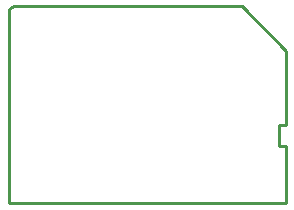
<source format=gbr>
G04 EAGLE Gerber RS-274X export*
G75*
%MOMM*%
%FSLAX34Y34*%
%LPD*%
%IN*%
%IPPOS*%
%AMOC8*
5,1,8,0,0,1.08239X$1,22.5*%
G01*
%ADD10C,0.254000*%


D10*
X2540Y150586D02*
X237460Y150586D01*
X237460Y199460D01*
X231460Y199460D01*
X231460Y217460D01*
X237460Y217460D01*
X237460Y280000D01*
X200000Y317460D01*
X7540Y317460D01*
X7104Y317441D01*
X6672Y317384D01*
X6246Y317290D01*
X5830Y317158D01*
X5427Y316992D01*
X5040Y316790D01*
X4672Y316556D01*
X4326Y316290D01*
X4004Y315996D01*
X3710Y315674D01*
X3444Y315328D01*
X3210Y314960D01*
X3008Y314573D01*
X2842Y314170D01*
X2710Y313754D01*
X2616Y313328D01*
X2559Y312896D01*
X2540Y312460D01*
X2540Y150586D01*
M02*

</source>
